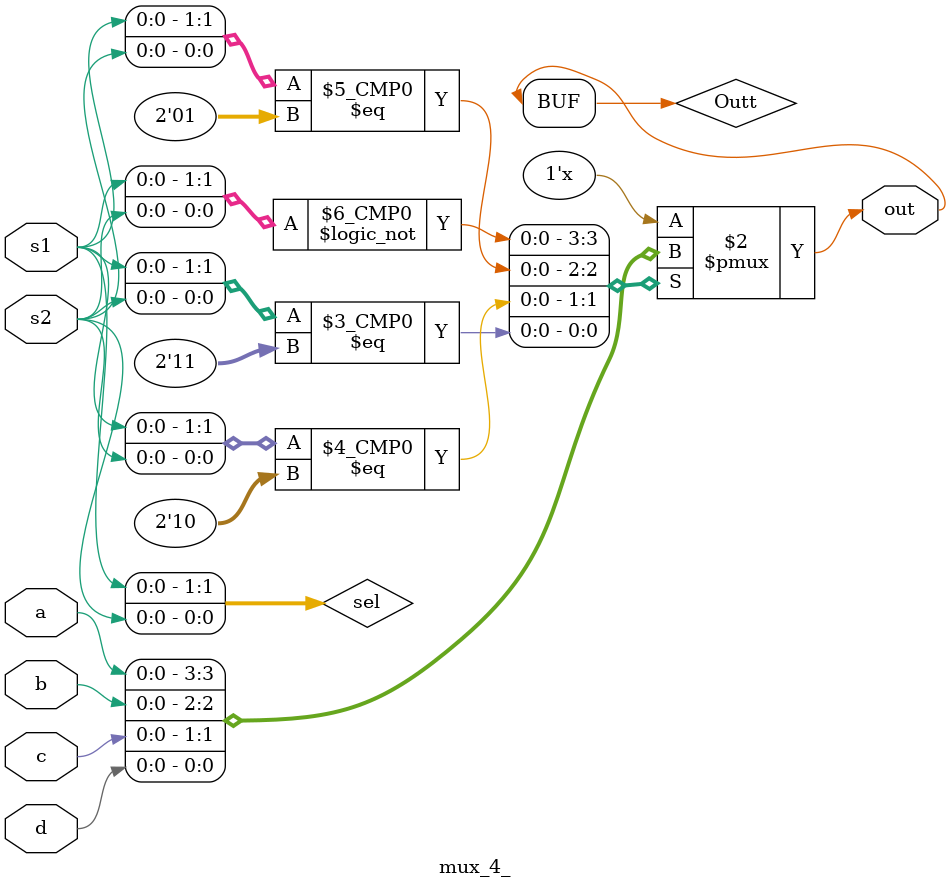
<source format=v>
`timescale 1ns / 1ps
module mux_4_(
    input s1,
    input s2,
    input a,
    input b,
    input c,
    input d,
    output out
    );
	 
	 wire [1:0] sel;
	 reg Outt;
	 
	 assign sel = {s1, s2};
	 assign out = Outt;
	 
	always@(sel or a or b or c or d)
		begin
			case(sel)
				2'b00 : Outt = a;
				2'b01 : Outt = b;
				2'b10 : Outt = c;
				2'b11 : Outt = d;
			endcase
		end

endmodule

</source>
